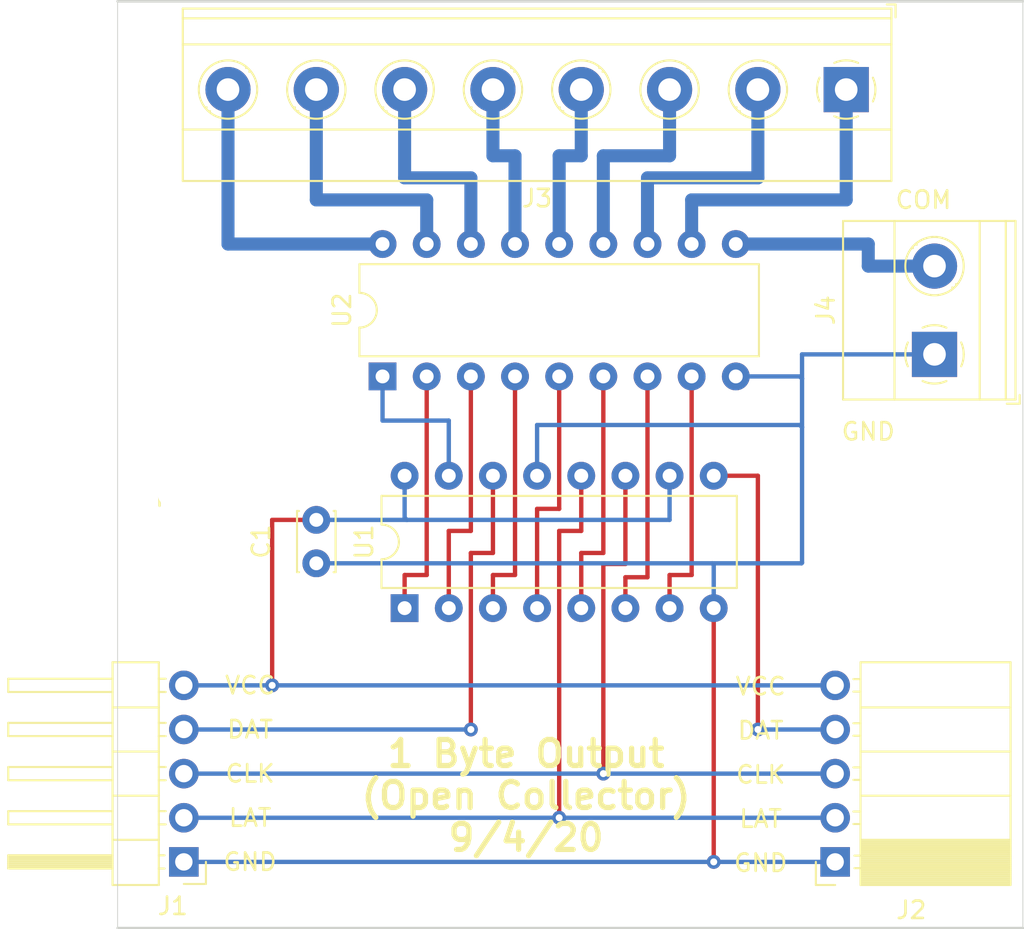
<source format=kicad_pcb>
(kicad_pcb (version 20171130) (host pcbnew "(5.1.6)-1")

  (general
    (thickness 1.6)
    (drawings 17)
    (tracks 103)
    (zones 0)
    (modules 9)
    (nets 24)
  )

  (page A4)
  (layers
    (0 F.Cu signal)
    (31 B.Cu signal)
    (32 B.Adhes user hide)
    (33 F.Adhes user hide)
    (34 B.Paste user hide)
    (35 F.Paste user hide)
    (36 B.SilkS user)
    (37 F.SilkS user)
    (38 B.Mask user)
    (39 F.Mask user hide)
    (40 Dwgs.User user hide)
    (41 Cmts.User user hide)
    (42 Eco1.User user hide)
    (43 Eco2.User user hide)
    (44 Edge.Cuts user)
    (45 Margin user hide)
    (46 B.CrtYd user)
    (47 F.CrtYd user)
    (48 B.Fab user hide)
    (49 F.Fab user hide)
  )

  (setup
    (last_trace_width 0.75)
    (user_trace_width 0.4)
    (user_trace_width 0.75)
    (trace_clearance 0.2)
    (zone_clearance 0.3)
    (zone_45_only yes)
    (trace_min 0.2)
    (via_size 0.8)
    (via_drill 0.4)
    (via_min_size 0.4)
    (via_min_drill 0.3)
    (uvia_size 0.3)
    (uvia_drill 0.1)
    (uvias_allowed no)
    (uvia_min_size 0.2)
    (uvia_min_drill 0.1)
    (edge_width 0.05)
    (segment_width 0.2)
    (pcb_text_width 0.3)
    (pcb_text_size 1.5 1.5)
    (mod_edge_width 0.12)
    (mod_text_size 1 1)
    (mod_text_width 0.15)
    (pad_size 1.524 1.524)
    (pad_drill 0.762)
    (pad_to_mask_clearance 0.051)
    (solder_mask_min_width 0.25)
    (aux_axis_origin 0 0)
    (visible_elements 7FFFFFFF)
    (pcbplotparams
      (layerselection 0x010fc_ffffffff)
      (usegerberextensions false)
      (usegerberattributes false)
      (usegerberadvancedattributes false)
      (creategerberjobfile false)
      (excludeedgelayer true)
      (linewidth 0.100000)
      (plotframeref false)
      (viasonmask false)
      (mode 1)
      (useauxorigin false)
      (hpglpennumber 1)
      (hpglpenspeed 20)
      (hpglpendiameter 15.000000)
      (psnegative false)
      (psa4output false)
      (plotreference true)
      (plotvalue true)
      (plotinvisibletext false)
      (padsonsilk false)
      (subtractmaskfromsilk false)
      (outputformat 1)
      (mirror false)
      (drillshape 0)
      (scaleselection 1)
      (outputdirectory ""))
  )

  (net 0 "")
  (net 1 GND)
  (net 2 VCC)
  (net 3 LAT)
  (net 4 CLK)
  (net 5 DI)
  (net 6 DO)
  (net 7 OUT6)
  (net 8 OUT5)
  (net 9 OUT4)
  (net 10 OUT1)
  (net 11 OUT3)
  (net 12 OUT2)
  (net 13 OUT7)
  (net 14 OUT8)
  (net 15 COM)
  (net 16 "Net-(U1-Pad1)")
  (net 17 "Net-(U1-Pad2)")
  (net 18 "Net-(U1-Pad3)")
  (net 19 "Net-(U1-Pad4)")
  (net 20 "Net-(U1-Pad5)")
  (net 21 "Net-(U1-Pad6)")
  (net 22 "Net-(U1-Pad7)")
  (net 23 "Net-(U1-Pad15)")

  (net_class Default "This is the default net class."
    (clearance 0.2)
    (trace_width 0.25)
    (via_dia 0.8)
    (via_drill 0.4)
    (uvia_dia 0.3)
    (uvia_drill 0.1)
    (add_net CLK)
    (add_net DI)
    (add_net DO)
    (add_net GND)
    (add_net LAT)
    (add_net "Net-(U1-Pad1)")
    (add_net "Net-(U1-Pad15)")
    (add_net "Net-(U1-Pad2)")
    (add_net "Net-(U1-Pad3)")
    (add_net "Net-(U1-Pad4)")
    (add_net "Net-(U1-Pad5)")
    (add_net "Net-(U1-Pad6)")
    (add_net "Net-(U1-Pad7)")
    (add_net VCC)
  )

  (net_class power ""
    (clearance 0.2)
    (trace_width 0.75)
    (via_dia 0.9)
    (via_drill 0.4)
    (uvia_dia 0.3)
    (uvia_drill 0.1)
    (add_net COM)
    (add_net OUT1)
    (add_net OUT2)
    (add_net OUT3)
    (add_net OUT4)
    (add_net OUT5)
    (add_net OUT6)
    (add_net OUT7)
    (add_net OUT8)
  )

  (module TerminalBlock_Phoenix:TerminalBlock_Phoenix_MKDS-1,5-8-5.08_1x08_P5.08mm_Horizontal (layer F.Cu) (tedit 5B294EC0) (tstamp 5F52C213)
    (at 146.05 58.42 180)
    (descr "Terminal Block Phoenix MKDS-1,5-8-5.08, 8 pins, pitch 5.08mm, size 40.6x9.8mm^2, drill diamater 1.3mm, pad diameter 2.6mm, see http://www.farnell.com/datasheets/100425.pdf, script-generated using https://github.com/pointhi/kicad-footprint-generator/scripts/TerminalBlock_Phoenix")
    (tags "THT Terminal Block Phoenix MKDS-1,5-8-5.08 pitch 5.08mm size 40.6x9.8mm^2 drill 1.3mm pad 2.6mm")
    (path /5F538C32)
    (fp_text reference J3 (at 17.78 -6.26) (layer F.SilkS)
      (effects (font (size 1 1) (thickness 0.15)))
    )
    (fp_text value Conn_01x08 (at 17.78 5.66) (layer F.Fab)
      (effects (font (size 1 1) (thickness 0.15)))
    )
    (fp_line (start 38.6 -5.71) (end -3.04 -5.71) (layer F.CrtYd) (width 0.05))
    (fp_line (start 38.6 5.1) (end 38.6 -5.71) (layer F.CrtYd) (width 0.05))
    (fp_line (start -3.04 5.1) (end 38.6 5.1) (layer F.CrtYd) (width 0.05))
    (fp_line (start -3.04 -5.71) (end -3.04 5.1) (layer F.CrtYd) (width 0.05))
    (fp_line (start -2.84 4.9) (end -2.34 4.9) (layer F.SilkS) (width 0.12))
    (fp_line (start -2.84 4.16) (end -2.84 4.9) (layer F.SilkS) (width 0.12))
    (fp_line (start 34.333 1.023) (end 34.286 1.069) (layer F.SilkS) (width 0.12))
    (fp_line (start 36.63 -1.275) (end 36.595 -1.239) (layer F.SilkS) (width 0.12))
    (fp_line (start 34.526 1.239) (end 34.491 1.274) (layer F.SilkS) (width 0.12))
    (fp_line (start 36.835 -1.069) (end 36.788 -1.023) (layer F.SilkS) (width 0.12))
    (fp_line (start 36.515 -1.138) (end 34.423 0.955) (layer F.Fab) (width 0.1))
    (fp_line (start 36.698 -0.955) (end 34.606 1.138) (layer F.Fab) (width 0.1))
    (fp_line (start 29.253 1.023) (end 29.206 1.069) (layer F.SilkS) (width 0.12))
    (fp_line (start 31.55 -1.275) (end 31.515 -1.239) (layer F.SilkS) (width 0.12))
    (fp_line (start 29.446 1.239) (end 29.411 1.274) (layer F.SilkS) (width 0.12))
    (fp_line (start 31.755 -1.069) (end 31.708 -1.023) (layer F.SilkS) (width 0.12))
    (fp_line (start 31.435 -1.138) (end 29.343 0.955) (layer F.Fab) (width 0.1))
    (fp_line (start 31.618 -0.955) (end 29.526 1.138) (layer F.Fab) (width 0.1))
    (fp_line (start 24.173 1.023) (end 24.126 1.069) (layer F.SilkS) (width 0.12))
    (fp_line (start 26.47 -1.275) (end 26.435 -1.239) (layer F.SilkS) (width 0.12))
    (fp_line (start 24.366 1.239) (end 24.331 1.274) (layer F.SilkS) (width 0.12))
    (fp_line (start 26.675 -1.069) (end 26.628 -1.023) (layer F.SilkS) (width 0.12))
    (fp_line (start 26.355 -1.138) (end 24.263 0.955) (layer F.Fab) (width 0.1))
    (fp_line (start 26.538 -0.955) (end 24.446 1.138) (layer F.Fab) (width 0.1))
    (fp_line (start 19.093 1.023) (end 19.046 1.069) (layer F.SilkS) (width 0.12))
    (fp_line (start 21.39 -1.275) (end 21.355 -1.239) (layer F.SilkS) (width 0.12))
    (fp_line (start 19.286 1.239) (end 19.251 1.274) (layer F.SilkS) (width 0.12))
    (fp_line (start 21.595 -1.069) (end 21.548 -1.023) (layer F.SilkS) (width 0.12))
    (fp_line (start 21.275 -1.138) (end 19.183 0.955) (layer F.Fab) (width 0.1))
    (fp_line (start 21.458 -0.955) (end 19.366 1.138) (layer F.Fab) (width 0.1))
    (fp_line (start 14.013 1.023) (end 13.966 1.069) (layer F.SilkS) (width 0.12))
    (fp_line (start 16.31 -1.275) (end 16.275 -1.239) (layer F.SilkS) (width 0.12))
    (fp_line (start 14.206 1.239) (end 14.171 1.274) (layer F.SilkS) (width 0.12))
    (fp_line (start 16.515 -1.069) (end 16.468 -1.023) (layer F.SilkS) (width 0.12))
    (fp_line (start 16.195 -1.138) (end 14.103 0.955) (layer F.Fab) (width 0.1))
    (fp_line (start 16.378 -0.955) (end 14.286 1.138) (layer F.Fab) (width 0.1))
    (fp_line (start 8.933 1.023) (end 8.886 1.069) (layer F.SilkS) (width 0.12))
    (fp_line (start 11.23 -1.275) (end 11.195 -1.239) (layer F.SilkS) (width 0.12))
    (fp_line (start 9.126 1.239) (end 9.091 1.274) (layer F.SilkS) (width 0.12))
    (fp_line (start 11.435 -1.069) (end 11.388 -1.023) (layer F.SilkS) (width 0.12))
    (fp_line (start 11.115 -1.138) (end 9.023 0.955) (layer F.Fab) (width 0.1))
    (fp_line (start 11.298 -0.955) (end 9.206 1.138) (layer F.Fab) (width 0.1))
    (fp_line (start 3.853 1.023) (end 3.806 1.069) (layer F.SilkS) (width 0.12))
    (fp_line (start 6.15 -1.275) (end 6.115 -1.239) (layer F.SilkS) (width 0.12))
    (fp_line (start 4.046 1.239) (end 4.011 1.274) (layer F.SilkS) (width 0.12))
    (fp_line (start 6.355 -1.069) (end 6.308 -1.023) (layer F.SilkS) (width 0.12))
    (fp_line (start 6.035 -1.138) (end 3.943 0.955) (layer F.Fab) (width 0.1))
    (fp_line (start 6.218 -0.955) (end 4.126 1.138) (layer F.Fab) (width 0.1))
    (fp_line (start 0.955 -1.138) (end -1.138 0.955) (layer F.Fab) (width 0.1))
    (fp_line (start 1.138 -0.955) (end -0.955 1.138) (layer F.Fab) (width 0.1))
    (fp_line (start 38.16 -5.261) (end 38.16 4.66) (layer F.SilkS) (width 0.12))
    (fp_line (start -2.6 -5.261) (end -2.6 4.66) (layer F.SilkS) (width 0.12))
    (fp_line (start -2.6 4.66) (end 38.16 4.66) (layer F.SilkS) (width 0.12))
    (fp_line (start -2.6 -5.261) (end 38.16 -5.261) (layer F.SilkS) (width 0.12))
    (fp_line (start -2.6 -2.301) (end 38.16 -2.301) (layer F.SilkS) (width 0.12))
    (fp_line (start -2.54 -2.3) (end 38.1 -2.3) (layer F.Fab) (width 0.1))
    (fp_line (start -2.6 2.6) (end 38.16 2.6) (layer F.SilkS) (width 0.12))
    (fp_line (start -2.54 2.6) (end 38.1 2.6) (layer F.Fab) (width 0.1))
    (fp_line (start -2.6 4.1) (end 38.16 4.1) (layer F.SilkS) (width 0.12))
    (fp_line (start -2.54 4.1) (end 38.1 4.1) (layer F.Fab) (width 0.1))
    (fp_line (start -2.54 4.1) (end -2.54 -5.2) (layer F.Fab) (width 0.1))
    (fp_line (start -2.04 4.6) (end -2.54 4.1) (layer F.Fab) (width 0.1))
    (fp_line (start 38.1 4.6) (end -2.04 4.6) (layer F.Fab) (width 0.1))
    (fp_line (start 38.1 -5.2) (end 38.1 4.6) (layer F.Fab) (width 0.1))
    (fp_line (start -2.54 -5.2) (end 38.1 -5.2) (layer F.Fab) (width 0.1))
    (fp_circle (center 35.56 0) (end 37.24 0) (layer F.SilkS) (width 0.12))
    (fp_circle (center 35.56 0) (end 37.06 0) (layer F.Fab) (width 0.1))
    (fp_circle (center 30.48 0) (end 32.16 0) (layer F.SilkS) (width 0.12))
    (fp_circle (center 30.48 0) (end 31.98 0) (layer F.Fab) (width 0.1))
    (fp_circle (center 25.4 0) (end 27.08 0) (layer F.SilkS) (width 0.12))
    (fp_circle (center 25.4 0) (end 26.9 0) (layer F.Fab) (width 0.1))
    (fp_circle (center 20.32 0) (end 22 0) (layer F.SilkS) (width 0.12))
    (fp_circle (center 20.32 0) (end 21.82 0) (layer F.Fab) (width 0.1))
    (fp_circle (center 15.24 0) (end 16.92 0) (layer F.SilkS) (width 0.12))
    (fp_circle (center 15.24 0) (end 16.74 0) (layer F.Fab) (width 0.1))
    (fp_circle (center 10.16 0) (end 11.84 0) (layer F.SilkS) (width 0.12))
    (fp_circle (center 10.16 0) (end 11.66 0) (layer F.Fab) (width 0.1))
    (fp_circle (center 5.08 0) (end 6.76 0) (layer F.SilkS) (width 0.12))
    (fp_circle (center 5.08 0) (end 6.58 0) (layer F.Fab) (width 0.1))
    (fp_circle (center 0 0) (end 1.5 0) (layer F.Fab) (width 0.1))
    (fp_text user %R (at 17.78 3.2) (layer F.Fab)
      (effects (font (size 1 1) (thickness 0.15)))
    )
    (fp_arc (start 0 0) (end -0.684 1.535) (angle -25) (layer F.SilkS) (width 0.12))
    (fp_arc (start 0 0) (end -1.535 -0.684) (angle -48) (layer F.SilkS) (width 0.12))
    (fp_arc (start 0 0) (end 0.684 -1.535) (angle -48) (layer F.SilkS) (width 0.12))
    (fp_arc (start 0 0) (end 1.535 0.684) (angle -48) (layer F.SilkS) (width 0.12))
    (fp_arc (start 0 0) (end 0 1.68) (angle -24) (layer F.SilkS) (width 0.12))
    (pad 8 thru_hole circle (at 35.56 0 180) (size 2.6 2.6) (drill 1.3) (layers *.Cu *.Mask)
      (net 10 OUT1))
    (pad 7 thru_hole circle (at 30.48 0 180) (size 2.6 2.6) (drill 1.3) (layers *.Cu *.Mask)
      (net 12 OUT2))
    (pad 6 thru_hole circle (at 25.4 0 180) (size 2.6 2.6) (drill 1.3) (layers *.Cu *.Mask)
      (net 11 OUT3))
    (pad 5 thru_hole circle (at 20.32 0 180) (size 2.6 2.6) (drill 1.3) (layers *.Cu *.Mask)
      (net 9 OUT4))
    (pad 4 thru_hole circle (at 15.24 0 180) (size 2.6 2.6) (drill 1.3) (layers *.Cu *.Mask)
      (net 8 OUT5))
    (pad 3 thru_hole circle (at 10.16 0 180) (size 2.6 2.6) (drill 1.3) (layers *.Cu *.Mask)
      (net 7 OUT6))
    (pad 2 thru_hole circle (at 5.08 0 180) (size 2.6 2.6) (drill 1.3) (layers *.Cu *.Mask)
      (net 13 OUT7))
    (pad 1 thru_hole rect (at 0 0 180) (size 2.6 2.6) (drill 1.3) (layers *.Cu *.Mask)
      (net 14 OUT8))
    (model ${KISYS3DMOD}/TerminalBlock_Phoenix.3dshapes/TerminalBlock_Phoenix_MKDS-1,5-8-5.08_1x08_P5.08mm_Horizontal.wrl
      (at (xyz 0 0 0))
      (scale (xyz 1 1 1))
      (rotate (xyz 0 0 0))
    )
  )

  (module TerminalBlock_Phoenix:TerminalBlock_Phoenix_MKDS-1,5-2-5.08_1x02_P5.08mm_Horizontal (layer F.Cu) (tedit 5B294EBC) (tstamp 5D84E940)
    (at 151.13 73.66 90)
    (descr "Terminal Block Phoenix MKDS-1,5-2-5.08, 2 pins, pitch 5.08mm, size 10.2x9.8mm^2, drill diamater 1.3mm, pad diameter 2.6mm, see http://www.farnell.com/datasheets/100425.pdf, script-generated using https://github.com/pointhi/kicad-footprint-generator/scripts/TerminalBlock_Phoenix")
    (tags "THT Terminal Block Phoenix MKDS-1,5-2-5.08 pitch 5.08mm size 10.2x9.8mm^2 drill 1.3mm pad 2.6mm")
    (path /5D88329B)
    (fp_text reference J4 (at 2.54 -6.26 90) (layer F.SilkS)
      (effects (font (size 1 1) (thickness 0.15)))
    )
    (fp_text value Screw_Terminal_01x02 (at 2.54 5.66 90) (layer F.Fab)
      (effects (font (size 1 1) (thickness 0.15)))
    )
    (fp_circle (center 0 0) (end 1.5 0) (layer F.Fab) (width 0.1))
    (fp_circle (center 5.08 0) (end 6.58 0) (layer F.Fab) (width 0.1))
    (fp_circle (center 5.08 0) (end 6.76 0) (layer F.SilkS) (width 0.12))
    (fp_line (start -2.54 -5.2) (end 7.62 -5.2) (layer F.Fab) (width 0.1))
    (fp_line (start 7.62 -5.2) (end 7.62 4.6) (layer F.Fab) (width 0.1))
    (fp_line (start 7.62 4.6) (end -2.04 4.6) (layer F.Fab) (width 0.1))
    (fp_line (start -2.04 4.6) (end -2.54 4.1) (layer F.Fab) (width 0.1))
    (fp_line (start -2.54 4.1) (end -2.54 -5.2) (layer F.Fab) (width 0.1))
    (fp_line (start -2.54 4.1) (end 7.62 4.1) (layer F.Fab) (width 0.1))
    (fp_line (start -2.6 4.1) (end 7.68 4.1) (layer F.SilkS) (width 0.12))
    (fp_line (start -2.54 2.6) (end 7.62 2.6) (layer F.Fab) (width 0.1))
    (fp_line (start -2.6 2.6) (end 7.68 2.6) (layer F.SilkS) (width 0.12))
    (fp_line (start -2.54 -2.3) (end 7.62 -2.3) (layer F.Fab) (width 0.1))
    (fp_line (start -2.6 -2.301) (end 7.68 -2.301) (layer F.SilkS) (width 0.12))
    (fp_line (start -2.6 -5.261) (end 7.68 -5.261) (layer F.SilkS) (width 0.12))
    (fp_line (start -2.6 4.66) (end 7.68 4.66) (layer F.SilkS) (width 0.12))
    (fp_line (start -2.6 -5.261) (end -2.6 4.66) (layer F.SilkS) (width 0.12))
    (fp_line (start 7.68 -5.261) (end 7.68 4.66) (layer F.SilkS) (width 0.12))
    (fp_line (start 1.138 -0.955) (end -0.955 1.138) (layer F.Fab) (width 0.1))
    (fp_line (start 0.955 -1.138) (end -1.138 0.955) (layer F.Fab) (width 0.1))
    (fp_line (start 6.218 -0.955) (end 4.126 1.138) (layer F.Fab) (width 0.1))
    (fp_line (start 6.035 -1.138) (end 3.943 0.955) (layer F.Fab) (width 0.1))
    (fp_line (start 6.355 -1.069) (end 6.308 -1.023) (layer F.SilkS) (width 0.12))
    (fp_line (start 4.046 1.239) (end 4.011 1.274) (layer F.SilkS) (width 0.12))
    (fp_line (start 6.15 -1.275) (end 6.115 -1.239) (layer F.SilkS) (width 0.12))
    (fp_line (start 3.853 1.023) (end 3.806 1.069) (layer F.SilkS) (width 0.12))
    (fp_line (start -2.84 4.16) (end -2.84 4.9) (layer F.SilkS) (width 0.12))
    (fp_line (start -2.84 4.9) (end -2.34 4.9) (layer F.SilkS) (width 0.12))
    (fp_line (start -3.04 -5.71) (end -3.04 5.1) (layer F.CrtYd) (width 0.05))
    (fp_line (start -3.04 5.1) (end 8.13 5.1) (layer F.CrtYd) (width 0.05))
    (fp_line (start 8.13 5.1) (end 8.13 -5.71) (layer F.CrtYd) (width 0.05))
    (fp_line (start 8.13 -5.71) (end -3.04 -5.71) (layer F.CrtYd) (width 0.05))
    (fp_text user %R (at 2.54 3.2 90) (layer F.Fab)
      (effects (font (size 1 1) (thickness 0.15)))
    )
    (fp_arc (start 0 0) (end -0.684 1.535) (angle -25) (layer F.SilkS) (width 0.12))
    (fp_arc (start 0 0) (end -1.535 -0.684) (angle -48) (layer F.SilkS) (width 0.12))
    (fp_arc (start 0 0) (end 0.684 -1.535) (angle -48) (layer F.SilkS) (width 0.12))
    (fp_arc (start 0 0) (end 1.535 0.684) (angle -48) (layer F.SilkS) (width 0.12))
    (fp_arc (start 0 0) (end 0 1.68) (angle -24) (layer F.SilkS) (width 0.12))
    (pad 2 thru_hole circle (at 5.08 0 90) (size 2.6 2.6) (drill 1.3) (layers *.Cu *.Mask)
      (net 15 COM))
    (pad 1 thru_hole rect (at 0 0 90) (size 2.6 2.6) (drill 1.3) (layers *.Cu *.Mask)
      (net 1 GND))
    (model ${KISYS3DMOD}/TerminalBlock_Phoenix.3dshapes/TerminalBlock_Phoenix_MKDS-1,5-2-5.08_1x02_P5.08mm_Horizontal.wrl
      (at (xyz 0 0 0))
      (scale (xyz 1 1 1))
      (rotate (xyz 0 0 0))
    )
  )

  (module Connector_PinSocket_2.54mm:PinSocket_1x05_P2.54mm_Horizontal (layer F.Cu) (tedit 5A19A431) (tstamp 5D84E908)
    (at 145.415 102.87 180)
    (descr "Through hole angled socket strip, 1x05, 2.54mm pitch, 8.51mm socket length, single row (from Kicad 4.0.7), script generated")
    (tags "Through hole angled socket strip THT 1x05 2.54mm single row")
    (path /5D84C903)
    (fp_text reference J2 (at -4.38 -2.77) (layer F.SilkS)
      (effects (font (size 1 1) (thickness 0.15)))
    )
    (fp_text value Conn_01x05_Female (at -4.38 12.93) (layer F.Fab)
      (effects (font (size 1 1) (thickness 0.15)))
    )
    (fp_line (start -10.03 -1.27) (end -2.49 -1.27) (layer F.Fab) (width 0.1))
    (fp_line (start -2.49 -1.27) (end -1.52 -0.3) (layer F.Fab) (width 0.1))
    (fp_line (start -1.52 -0.3) (end -1.52 11.43) (layer F.Fab) (width 0.1))
    (fp_line (start -1.52 11.43) (end -10.03 11.43) (layer F.Fab) (width 0.1))
    (fp_line (start -10.03 11.43) (end -10.03 -1.27) (layer F.Fab) (width 0.1))
    (fp_line (start 0 -0.3) (end -1.52 -0.3) (layer F.Fab) (width 0.1))
    (fp_line (start -1.52 0.3) (end 0 0.3) (layer F.Fab) (width 0.1))
    (fp_line (start 0 0.3) (end 0 -0.3) (layer F.Fab) (width 0.1))
    (fp_line (start 0 2.24) (end -1.52 2.24) (layer F.Fab) (width 0.1))
    (fp_line (start -1.52 2.84) (end 0 2.84) (layer F.Fab) (width 0.1))
    (fp_line (start 0 2.84) (end 0 2.24) (layer F.Fab) (width 0.1))
    (fp_line (start 0 4.78) (end -1.52 4.78) (layer F.Fab) (width 0.1))
    (fp_line (start -1.52 5.38) (end 0 5.38) (layer F.Fab) (width 0.1))
    (fp_line (start 0 5.38) (end 0 4.78) (layer F.Fab) (width 0.1))
    (fp_line (start 0 7.32) (end -1.52 7.32) (layer F.Fab) (width 0.1))
    (fp_line (start -1.52 7.92) (end 0 7.92) (layer F.Fab) (width 0.1))
    (fp_line (start 0 7.92) (end 0 7.32) (layer F.Fab) (width 0.1))
    (fp_line (start 0 9.86) (end -1.52 9.86) (layer F.Fab) (width 0.1))
    (fp_line (start -1.52 10.46) (end 0 10.46) (layer F.Fab) (width 0.1))
    (fp_line (start 0 10.46) (end 0 9.86) (layer F.Fab) (width 0.1))
    (fp_line (start -10.09 -1.21) (end -1.46 -1.21) (layer F.SilkS) (width 0.12))
    (fp_line (start -10.09 -1.091905) (end -1.46 -1.091905) (layer F.SilkS) (width 0.12))
    (fp_line (start -10.09 -0.97381) (end -1.46 -0.97381) (layer F.SilkS) (width 0.12))
    (fp_line (start -10.09 -0.855715) (end -1.46 -0.855715) (layer F.SilkS) (width 0.12))
    (fp_line (start -10.09 -0.73762) (end -1.46 -0.73762) (layer F.SilkS) (width 0.12))
    (fp_line (start -10.09 -0.619525) (end -1.46 -0.619525) (layer F.SilkS) (width 0.12))
    (fp_line (start -10.09 -0.50143) (end -1.46 -0.50143) (layer F.SilkS) (width 0.12))
    (fp_line (start -10.09 -0.383335) (end -1.46 -0.383335) (layer F.SilkS) (width 0.12))
    (fp_line (start -10.09 -0.26524) (end -1.46 -0.26524) (layer F.SilkS) (width 0.12))
    (fp_line (start -10.09 -0.147145) (end -1.46 -0.147145) (layer F.SilkS) (width 0.12))
    (fp_line (start -10.09 -0.02905) (end -1.46 -0.02905) (layer F.SilkS) (width 0.12))
    (fp_line (start -10.09 0.089045) (end -1.46 0.089045) (layer F.SilkS) (width 0.12))
    (fp_line (start -10.09 0.20714) (end -1.46 0.20714) (layer F.SilkS) (width 0.12))
    (fp_line (start -10.09 0.325235) (end -1.46 0.325235) (layer F.SilkS) (width 0.12))
    (fp_line (start -10.09 0.44333) (end -1.46 0.44333) (layer F.SilkS) (width 0.12))
    (fp_line (start -10.09 0.561425) (end -1.46 0.561425) (layer F.SilkS) (width 0.12))
    (fp_line (start -10.09 0.67952) (end -1.46 0.67952) (layer F.SilkS) (width 0.12))
    (fp_line (start -10.09 0.797615) (end -1.46 0.797615) (layer F.SilkS) (width 0.12))
    (fp_line (start -10.09 0.91571) (end -1.46 0.91571) (layer F.SilkS) (width 0.12))
    (fp_line (start -10.09 1.033805) (end -1.46 1.033805) (layer F.SilkS) (width 0.12))
    (fp_line (start -10.09 1.1519) (end -1.46 1.1519) (layer F.SilkS) (width 0.12))
    (fp_line (start -1.46 -0.36) (end -1.11 -0.36) (layer F.SilkS) (width 0.12))
    (fp_line (start -1.46 0.36) (end -1.11 0.36) (layer F.SilkS) (width 0.12))
    (fp_line (start -1.46 2.18) (end -1.05 2.18) (layer F.SilkS) (width 0.12))
    (fp_line (start -1.46 2.9) (end -1.05 2.9) (layer F.SilkS) (width 0.12))
    (fp_line (start -1.46 4.72) (end -1.05 4.72) (layer F.SilkS) (width 0.12))
    (fp_line (start -1.46 5.44) (end -1.05 5.44) (layer F.SilkS) (width 0.12))
    (fp_line (start -1.46 7.26) (end -1.05 7.26) (layer F.SilkS) (width 0.12))
    (fp_line (start -1.46 7.98) (end -1.05 7.98) (layer F.SilkS) (width 0.12))
    (fp_line (start -1.46 9.8) (end -1.05 9.8) (layer F.SilkS) (width 0.12))
    (fp_line (start -1.46 10.52) (end -1.05 10.52) (layer F.SilkS) (width 0.12))
    (fp_line (start -10.09 1.27) (end -1.46 1.27) (layer F.SilkS) (width 0.12))
    (fp_line (start -10.09 3.81) (end -1.46 3.81) (layer F.SilkS) (width 0.12))
    (fp_line (start -10.09 6.35) (end -1.46 6.35) (layer F.SilkS) (width 0.12))
    (fp_line (start -10.09 8.89) (end -1.46 8.89) (layer F.SilkS) (width 0.12))
    (fp_line (start -10.09 -1.33) (end -1.46 -1.33) (layer F.SilkS) (width 0.12))
    (fp_line (start -1.46 -1.33) (end -1.46 11.49) (layer F.SilkS) (width 0.12))
    (fp_line (start -10.09 11.49) (end -1.46 11.49) (layer F.SilkS) (width 0.12))
    (fp_line (start -10.09 -1.33) (end -10.09 11.49) (layer F.SilkS) (width 0.12))
    (fp_line (start 1.11 -1.33) (end 1.11 0) (layer F.SilkS) (width 0.12))
    (fp_line (start 0 -1.33) (end 1.11 -1.33) (layer F.SilkS) (width 0.12))
    (fp_line (start 1.75 -1.75) (end -10.55 -1.75) (layer F.CrtYd) (width 0.05))
    (fp_line (start -10.55 -1.75) (end -10.55 11.95) (layer F.CrtYd) (width 0.05))
    (fp_line (start -10.55 11.95) (end 1.75 11.95) (layer F.CrtYd) (width 0.05))
    (fp_line (start 1.75 11.95) (end 1.75 -1.75) (layer F.CrtYd) (width 0.05))
    (fp_text user %R (at -5.775 5.08 90) (layer F.Fab)
      (effects (font (size 1 1) (thickness 0.15)))
    )
    (pad 5 thru_hole oval (at 0 10.16 180) (size 1.7 1.7) (drill 1) (layers *.Cu *.Mask)
      (net 2 VCC))
    (pad 4 thru_hole oval (at 0 7.62 180) (size 1.7 1.7) (drill 1) (layers *.Cu *.Mask)
      (net 6 DO))
    (pad 3 thru_hole oval (at 0 5.08 180) (size 1.7 1.7) (drill 1) (layers *.Cu *.Mask)
      (net 4 CLK))
    (pad 2 thru_hole oval (at 0 2.54 180) (size 1.7 1.7) (drill 1) (layers *.Cu *.Mask)
      (net 3 LAT))
    (pad 1 thru_hole rect (at 0 0 180) (size 1.7 1.7) (drill 1) (layers *.Cu *.Mask)
      (net 1 GND))
    (model ${KISYS3DMOD}/Connector_PinSocket_2.54mm.3dshapes/PinSocket_1x05_P2.54mm_Horizontal.wrl
      (at (xyz 0 0 0))
      (scale (xyz 1 1 1))
      (rotate (xyz 0 0 0))
    )
  )

  (module Connector_PinHeader_2.54mm:PinHeader_1x05_P2.54mm_Horizontal (layer F.Cu) (tedit 59FED5CB) (tstamp 5D84E8AE)
    (at 107.95 102.87 180)
    (descr "Through hole angled pin header, 1x05, 2.54mm pitch, 6mm pin length, single row")
    (tags "Through hole angled pin header THT 1x05 2.54mm single row")
    (path /5D84BBD5)
    (fp_text reference J1 (at 0.635 -2.54) (layer F.SilkS)
      (effects (font (size 1 1) (thickness 0.15)))
    )
    (fp_text value Conn_01x05_Male (at 4.385 12.43) (layer F.Fab)
      (effects (font (size 1 1) (thickness 0.15)))
    )
    (fp_line (start 2.135 -1.27) (end 4.04 -1.27) (layer F.Fab) (width 0.1))
    (fp_line (start 4.04 -1.27) (end 4.04 11.43) (layer F.Fab) (width 0.1))
    (fp_line (start 4.04 11.43) (end 1.5 11.43) (layer F.Fab) (width 0.1))
    (fp_line (start 1.5 11.43) (end 1.5 -0.635) (layer F.Fab) (width 0.1))
    (fp_line (start 1.5 -0.635) (end 2.135 -1.27) (layer F.Fab) (width 0.1))
    (fp_line (start -0.32 -0.32) (end 1.5 -0.32) (layer F.Fab) (width 0.1))
    (fp_line (start -0.32 -0.32) (end -0.32 0.32) (layer F.Fab) (width 0.1))
    (fp_line (start -0.32 0.32) (end 1.5 0.32) (layer F.Fab) (width 0.1))
    (fp_line (start 4.04 -0.32) (end 10.04 -0.32) (layer F.Fab) (width 0.1))
    (fp_line (start 10.04 -0.32) (end 10.04 0.32) (layer F.Fab) (width 0.1))
    (fp_line (start 4.04 0.32) (end 10.04 0.32) (layer F.Fab) (width 0.1))
    (fp_line (start -0.32 2.22) (end 1.5 2.22) (layer F.Fab) (width 0.1))
    (fp_line (start -0.32 2.22) (end -0.32 2.86) (layer F.Fab) (width 0.1))
    (fp_line (start -0.32 2.86) (end 1.5 2.86) (layer F.Fab) (width 0.1))
    (fp_line (start 4.04 2.22) (end 10.04 2.22) (layer F.Fab) (width 0.1))
    (fp_line (start 10.04 2.22) (end 10.04 2.86) (layer F.Fab) (width 0.1))
    (fp_line (start 4.04 2.86) (end 10.04 2.86) (layer F.Fab) (width 0.1))
    (fp_line (start -0.32 4.76) (end 1.5 4.76) (layer F.Fab) (width 0.1))
    (fp_line (start -0.32 4.76) (end -0.32 5.4) (layer F.Fab) (width 0.1))
    (fp_line (start -0.32 5.4) (end 1.5 5.4) (layer F.Fab) (width 0.1))
    (fp_line (start 4.04 4.76) (end 10.04 4.76) (layer F.Fab) (width 0.1))
    (fp_line (start 10.04 4.76) (end 10.04 5.4) (layer F.Fab) (width 0.1))
    (fp_line (start 4.04 5.4) (end 10.04 5.4) (layer F.Fab) (width 0.1))
    (fp_line (start -0.32 7.3) (end 1.5 7.3) (layer F.Fab) (width 0.1))
    (fp_line (start -0.32 7.3) (end -0.32 7.94) (layer F.Fab) (width 0.1))
    (fp_line (start -0.32 7.94) (end 1.5 7.94) (layer F.Fab) (width 0.1))
    (fp_line (start 4.04 7.3) (end 10.04 7.3) (layer F.Fab) (width 0.1))
    (fp_line (start 10.04 7.3) (end 10.04 7.94) (layer F.Fab) (width 0.1))
    (fp_line (start 4.04 7.94) (end 10.04 7.94) (layer F.Fab) (width 0.1))
    (fp_line (start -0.32 9.84) (end 1.5 9.84) (layer F.Fab) (width 0.1))
    (fp_line (start -0.32 9.84) (end -0.32 10.48) (layer F.Fab) (width 0.1))
    (fp_line (start -0.32 10.48) (end 1.5 10.48) (layer F.Fab) (width 0.1))
    (fp_line (start 4.04 9.84) (end 10.04 9.84) (layer F.Fab) (width 0.1))
    (fp_line (start 10.04 9.84) (end 10.04 10.48) (layer F.Fab) (width 0.1))
    (fp_line (start 4.04 10.48) (end 10.04 10.48) (layer F.Fab) (width 0.1))
    (fp_line (start 1.44 -1.33) (end 1.44 11.49) (layer F.SilkS) (width 0.12))
    (fp_line (start 1.44 11.49) (end 4.1 11.49) (layer F.SilkS) (width 0.12))
    (fp_line (start 4.1 11.49) (end 4.1 -1.33) (layer F.SilkS) (width 0.12))
    (fp_line (start 4.1 -1.33) (end 1.44 -1.33) (layer F.SilkS) (width 0.12))
    (fp_line (start 4.1 -0.38) (end 10.1 -0.38) (layer F.SilkS) (width 0.12))
    (fp_line (start 10.1 -0.38) (end 10.1 0.38) (layer F.SilkS) (width 0.12))
    (fp_line (start 10.1 0.38) (end 4.1 0.38) (layer F.SilkS) (width 0.12))
    (fp_line (start 4.1 -0.32) (end 10.1 -0.32) (layer F.SilkS) (width 0.12))
    (fp_line (start 4.1 -0.2) (end 10.1 -0.2) (layer F.SilkS) (width 0.12))
    (fp_line (start 4.1 -0.08) (end 10.1 -0.08) (layer F.SilkS) (width 0.12))
    (fp_line (start 4.1 0.04) (end 10.1 0.04) (layer F.SilkS) (width 0.12))
    (fp_line (start 4.1 0.16) (end 10.1 0.16) (layer F.SilkS) (width 0.12))
    (fp_line (start 4.1 0.28) (end 10.1 0.28) (layer F.SilkS) (width 0.12))
    (fp_line (start 1.11 -0.38) (end 1.44 -0.38) (layer F.SilkS) (width 0.12))
    (fp_line (start 1.11 0.38) (end 1.44 0.38) (layer F.SilkS) (width 0.12))
    (fp_line (start 1.44 1.27) (end 4.1 1.27) (layer F.SilkS) (width 0.12))
    (fp_line (start 4.1 2.16) (end 10.1 2.16) (layer F.SilkS) (width 0.12))
    (fp_line (start 10.1 2.16) (end 10.1 2.92) (layer F.SilkS) (width 0.12))
    (fp_line (start 10.1 2.92) (end 4.1 2.92) (layer F.SilkS) (width 0.12))
    (fp_line (start 1.042929 2.16) (end 1.44 2.16) (layer F.SilkS) (width 0.12))
    (fp_line (start 1.042929 2.92) (end 1.44 2.92) (layer F.SilkS) (width 0.12))
    (fp_line (start 1.44 3.81) (end 4.1 3.81) (layer F.SilkS) (width 0.12))
    (fp_line (start 4.1 4.7) (end 10.1 4.7) (layer F.SilkS) (width 0.12))
    (fp_line (start 10.1 4.7) (end 10.1 5.46) (layer F.SilkS) (width 0.12))
    (fp_line (start 10.1 5.46) (end 4.1 5.46) (layer F.SilkS) (width 0.12))
    (fp_line (start 1.042929 4.7) (end 1.44 4.7) (layer F.SilkS) (width 0.12))
    (fp_line (start 1.042929 5.46) (end 1.44 5.46) (layer F.SilkS) (width 0.12))
    (fp_line (start 1.44 6.35) (end 4.1 6.35) (layer F.SilkS) (width 0.12))
    (fp_line (start 4.1 7.24) (end 10.1 7.24) (layer F.SilkS) (width 0.12))
    (fp_line (start 10.1 7.24) (end 10.1 8) (layer F.SilkS) (width 0.12))
    (fp_line (start 10.1 8) (end 4.1 8) (layer F.SilkS) (width 0.12))
    (fp_line (start 1.042929 7.24) (end 1.44 7.24) (layer F.SilkS) (width 0.12))
    (fp_line (start 1.042929 8) (end 1.44 8) (layer F.SilkS) (width 0.12))
    (fp_line (start 1.44 8.89) (end 4.1 8.89) (layer F.SilkS) (width 0.12))
    (fp_line (start 4.1 9.78) (end 10.1 9.78) (layer F.SilkS) (width 0.12))
    (fp_line (start 10.1 9.78) (end 10.1 10.54) (layer F.SilkS) (width 0.12))
    (fp_line (start 10.1 10.54) (end 4.1 10.54) (layer F.SilkS) (width 0.12))
    (fp_line (start 1.042929 9.78) (end 1.44 9.78) (layer F.SilkS) (width 0.12))
    (fp_line (start 1.042929 10.54) (end 1.44 10.54) (layer F.SilkS) (width 0.12))
    (fp_line (start -1.27 0) (end -1.27 -1.27) (layer F.SilkS) (width 0.12))
    (fp_line (start -1.27 -1.27) (end 0 -1.27) (layer F.SilkS) (width 0.12))
    (fp_line (start -1.8 -1.8) (end -1.8 11.95) (layer F.CrtYd) (width 0.05))
    (fp_line (start -1.8 11.95) (end 10.55 11.95) (layer F.CrtYd) (width 0.05))
    (fp_line (start 10.55 11.95) (end 10.55 -1.8) (layer F.CrtYd) (width 0.05))
    (fp_line (start 10.55 -1.8) (end -1.8 -1.8) (layer F.CrtYd) (width 0.05))
    (fp_text user %R (at 2.77 5.08 90) (layer F.Fab)
      (effects (font (size 1 1) (thickness 0.15)))
    )
    (pad 5 thru_hole oval (at 0 10.16 180) (size 1.7 1.7) (drill 1) (layers *.Cu *.Mask)
      (net 2 VCC))
    (pad 4 thru_hole oval (at 0 7.62 180) (size 1.7 1.7) (drill 1) (layers *.Cu *.Mask)
      (net 5 DI))
    (pad 3 thru_hole oval (at 0 5.08 180) (size 1.7 1.7) (drill 1) (layers *.Cu *.Mask)
      (net 4 CLK))
    (pad 2 thru_hole oval (at 0 2.54 180) (size 1.7 1.7) (drill 1) (layers *.Cu *.Mask)
      (net 3 LAT))
    (pad 1 thru_hole rect (at 0 0 180) (size 1.7 1.7) (drill 1) (layers *.Cu *.Mask)
      (net 1 GND))
    (model ${KISYS3DMOD}/Connector_PinHeader_2.54mm.3dshapes/PinHeader_1x05_P2.54mm_Horizontal.wrl
      (at (xyz 0 0 0))
      (scale (xyz 1 1 1))
      (rotate (xyz 0 0 0))
    )
  )

  (module Package_DIP:DIP-18_W7.62mm (layer F.Cu) (tedit 5A02E8C5) (tstamp 5D84E979)
    (at 119.38 74.93 90)
    (descr "18-lead though-hole mounted DIP package, row spacing 7.62 mm (300 mils)")
    (tags "THT DIP DIL PDIP 2.54mm 7.62mm 300mil")
    (path /5D846566)
    (fp_text reference U2 (at 3.81 -2.33 90) (layer F.SilkS)
      (effects (font (size 1 1) (thickness 0.15)))
    )
    (fp_text value ULN2803A (at 3.81 22.65 90) (layer F.Fab)
      (effects (font (size 1 1) (thickness 0.15)))
    )
    (fp_line (start 1.635 -1.27) (end 6.985 -1.27) (layer F.Fab) (width 0.1))
    (fp_line (start 6.985 -1.27) (end 6.985 21.59) (layer F.Fab) (width 0.1))
    (fp_line (start 6.985 21.59) (end 0.635 21.59) (layer F.Fab) (width 0.1))
    (fp_line (start 0.635 21.59) (end 0.635 -0.27) (layer F.Fab) (width 0.1))
    (fp_line (start 0.635 -0.27) (end 1.635 -1.27) (layer F.Fab) (width 0.1))
    (fp_line (start 2.81 -1.33) (end 1.16 -1.33) (layer F.SilkS) (width 0.12))
    (fp_line (start 1.16 -1.33) (end 1.16 21.65) (layer F.SilkS) (width 0.12))
    (fp_line (start 1.16 21.65) (end 6.46 21.65) (layer F.SilkS) (width 0.12))
    (fp_line (start 6.46 21.65) (end 6.46 -1.33) (layer F.SilkS) (width 0.12))
    (fp_line (start 6.46 -1.33) (end 4.81 -1.33) (layer F.SilkS) (width 0.12))
    (fp_line (start -1.1 -1.55) (end -1.1 21.85) (layer F.CrtYd) (width 0.05))
    (fp_line (start -1.1 21.85) (end 8.7 21.85) (layer F.CrtYd) (width 0.05))
    (fp_line (start 8.7 21.85) (end 8.7 -1.55) (layer F.CrtYd) (width 0.05))
    (fp_line (start 8.7 -1.55) (end -1.1 -1.55) (layer F.CrtYd) (width 0.05))
    (fp_text user %R (at 3.81 10.16 90) (layer F.Fab)
      (effects (font (size 1 1) (thickness 0.15)))
    )
    (fp_arc (start 3.81 -1.33) (end 2.81 -1.33) (angle -180) (layer F.SilkS) (width 0.12))
    (pad 18 thru_hole oval (at 7.62 0 90) (size 1.6 1.6) (drill 0.8) (layers *.Cu *.Mask)
      (net 10 OUT1))
    (pad 9 thru_hole oval (at 0 20.32 90) (size 1.6 1.6) (drill 0.8) (layers *.Cu *.Mask)
      (net 1 GND))
    (pad 17 thru_hole oval (at 7.62 2.54 90) (size 1.6 1.6) (drill 0.8) (layers *.Cu *.Mask)
      (net 12 OUT2))
    (pad 8 thru_hole oval (at 0 17.78 90) (size 1.6 1.6) (drill 0.8) (layers *.Cu *.Mask)
      (net 22 "Net-(U1-Pad7)"))
    (pad 16 thru_hole oval (at 7.62 5.08 90) (size 1.6 1.6) (drill 0.8) (layers *.Cu *.Mask)
      (net 11 OUT3))
    (pad 7 thru_hole oval (at 0 15.24 90) (size 1.6 1.6) (drill 0.8) (layers *.Cu *.Mask)
      (net 21 "Net-(U1-Pad6)"))
    (pad 15 thru_hole oval (at 7.62 7.62 90) (size 1.6 1.6) (drill 0.8) (layers *.Cu *.Mask)
      (net 9 OUT4))
    (pad 6 thru_hole oval (at 0 12.7 90) (size 1.6 1.6) (drill 0.8) (layers *.Cu *.Mask)
      (net 20 "Net-(U1-Pad5)"))
    (pad 14 thru_hole oval (at 7.62 10.16 90) (size 1.6 1.6) (drill 0.8) (layers *.Cu *.Mask)
      (net 8 OUT5))
    (pad 5 thru_hole oval (at 0 10.16 90) (size 1.6 1.6) (drill 0.8) (layers *.Cu *.Mask)
      (net 19 "Net-(U1-Pad4)"))
    (pad 13 thru_hole oval (at 7.62 12.7 90) (size 1.6 1.6) (drill 0.8) (layers *.Cu *.Mask)
      (net 7 OUT6))
    (pad 4 thru_hole oval (at 0 7.62 90) (size 1.6 1.6) (drill 0.8) (layers *.Cu *.Mask)
      (net 18 "Net-(U1-Pad3)"))
    (pad 12 thru_hole oval (at 7.62 15.24 90) (size 1.6 1.6) (drill 0.8) (layers *.Cu *.Mask)
      (net 13 OUT7))
    (pad 3 thru_hole oval (at 0 5.08 90) (size 1.6 1.6) (drill 0.8) (layers *.Cu *.Mask)
      (net 17 "Net-(U1-Pad2)"))
    (pad 11 thru_hole oval (at 7.62 17.78 90) (size 1.6 1.6) (drill 0.8) (layers *.Cu *.Mask)
      (net 14 OUT8))
    (pad 2 thru_hole oval (at 0 2.54 90) (size 1.6 1.6) (drill 0.8) (layers *.Cu *.Mask)
      (net 16 "Net-(U1-Pad1)"))
    (pad 10 thru_hole oval (at 7.62 20.32 90) (size 1.6 1.6) (drill 0.8) (layers *.Cu *.Mask)
      (net 15 COM))
    (pad 1 thru_hole rect (at 0 0 90) (size 1.6 1.6) (drill 0.8) (layers *.Cu *.Mask)
      (net 23 "Net-(U1-Pad15)"))
    (model ${KISYS3DMOD}/Package_DIP.3dshapes/DIP-18_W7.62mm.wrl
      (at (xyz 0 0 0))
      (scale (xyz 1 1 1))
      (rotate (xyz 0 0 0))
    )
  )

  (module Package_DIP:DIP-16_W7.62mm (layer F.Cu) (tedit 5A02E8C5) (tstamp 606D252F)
    (at 120.65 88.265 90)
    (descr "16-lead though-hole mounted DIP package, row spacing 7.62 mm (300 mils)")
    (tags "THT DIP DIL PDIP 2.54mm 7.62mm 300mil")
    (path /5D84402B)
    (fp_text reference U1 (at 3.81 -2.33 90) (layer F.SilkS)
      (effects (font (size 1 1) (thickness 0.15)))
    )
    (fp_text value 74HCT595 (at 3.81 20.11 90) (layer F.Fab)
      (effects (font (size 1 1) (thickness 0.15)))
    )
    (fp_line (start 8.7 -1.55) (end -1.1 -1.55) (layer F.CrtYd) (width 0.05))
    (fp_line (start 8.7 19.3) (end 8.7 -1.55) (layer F.CrtYd) (width 0.05))
    (fp_line (start -1.1 19.3) (end 8.7 19.3) (layer F.CrtYd) (width 0.05))
    (fp_line (start -1.1 -1.55) (end -1.1 19.3) (layer F.CrtYd) (width 0.05))
    (fp_line (start 6.46 -1.33) (end 4.81 -1.33) (layer F.SilkS) (width 0.12))
    (fp_line (start 6.46 19.11) (end 6.46 -1.33) (layer F.SilkS) (width 0.12))
    (fp_line (start 1.16 19.11) (end 6.46 19.11) (layer F.SilkS) (width 0.12))
    (fp_line (start 1.16 -1.33) (end 1.16 19.11) (layer F.SilkS) (width 0.12))
    (fp_line (start 2.81 -1.33) (end 1.16 -1.33) (layer F.SilkS) (width 0.12))
    (fp_line (start 0.635 -0.27) (end 1.635 -1.27) (layer F.Fab) (width 0.1))
    (fp_line (start 0.635 19.05) (end 0.635 -0.27) (layer F.Fab) (width 0.1))
    (fp_line (start 6.985 19.05) (end 0.635 19.05) (layer F.Fab) (width 0.1))
    (fp_line (start 6.985 -1.27) (end 6.985 19.05) (layer F.Fab) (width 0.1))
    (fp_line (start 1.635 -1.27) (end 6.985 -1.27) (layer F.Fab) (width 0.1))
    (fp_text user %R (at 3.81 8.89 90) (layer F.Fab)
      (effects (font (size 1 1) (thickness 0.15)))
    )
    (fp_arc (start 3.81 -1.33) (end 2.81 -1.33) (angle -180) (layer F.SilkS) (width 0.12))
    (pad 16 thru_hole oval (at 7.62 0 90) (size 1.6 1.6) (drill 0.8) (layers *.Cu *.Mask)
      (net 2 VCC))
    (pad 8 thru_hole oval (at 0 17.78 90) (size 1.6 1.6) (drill 0.8) (layers *.Cu *.Mask)
      (net 1 GND))
    (pad 15 thru_hole oval (at 7.62 2.54 90) (size 1.6 1.6) (drill 0.8) (layers *.Cu *.Mask)
      (net 23 "Net-(U1-Pad15)"))
    (pad 7 thru_hole oval (at 0 15.24 90) (size 1.6 1.6) (drill 0.8) (layers *.Cu *.Mask)
      (net 22 "Net-(U1-Pad7)"))
    (pad 14 thru_hole oval (at 7.62 5.08 90) (size 1.6 1.6) (drill 0.8) (layers *.Cu *.Mask)
      (net 5 DI))
    (pad 6 thru_hole oval (at 0 12.7 90) (size 1.6 1.6) (drill 0.8) (layers *.Cu *.Mask)
      (net 21 "Net-(U1-Pad6)"))
    (pad 13 thru_hole oval (at 7.62 7.62 90) (size 1.6 1.6) (drill 0.8) (layers *.Cu *.Mask)
      (net 1 GND))
    (pad 5 thru_hole oval (at 0 10.16 90) (size 1.6 1.6) (drill 0.8) (layers *.Cu *.Mask)
      (net 20 "Net-(U1-Pad5)"))
    (pad 12 thru_hole oval (at 7.62 10.16 90) (size 1.6 1.6) (drill 0.8) (layers *.Cu *.Mask)
      (net 3 LAT))
    (pad 4 thru_hole oval (at 0 7.62 90) (size 1.6 1.6) (drill 0.8) (layers *.Cu *.Mask)
      (net 19 "Net-(U1-Pad4)"))
    (pad 11 thru_hole oval (at 7.62 12.7 90) (size 1.6 1.6) (drill 0.8) (layers *.Cu *.Mask)
      (net 4 CLK))
    (pad 3 thru_hole oval (at 0 5.08 90) (size 1.6 1.6) (drill 0.8) (layers *.Cu *.Mask)
      (net 18 "Net-(U1-Pad3)"))
    (pad 10 thru_hole oval (at 7.62 15.24 90) (size 1.6 1.6) (drill 0.8) (layers *.Cu *.Mask)
      (net 2 VCC))
    (pad 2 thru_hole oval (at 0 2.54 90) (size 1.6 1.6) (drill 0.8) (layers *.Cu *.Mask)
      (net 17 "Net-(U1-Pad2)"))
    (pad 9 thru_hole oval (at 7.62 17.78 90) (size 1.6 1.6) (drill 0.8) (layers *.Cu *.Mask)
      (net 6 DO))
    (pad 1 thru_hole rect (at 0 0 90) (size 1.6 1.6) (drill 0.8) (layers *.Cu *.Mask)
      (net 16 "Net-(U1-Pad1)"))
    (model ${KISYS3DMOD}/Package_DIP.3dshapes/DIP-16_W7.62mm.wrl
      (at (xyz 0 0 0))
      (scale (xyz 1 1 1))
      (rotate (xyz 0 0 0))
    )
  )

  (module Capacitors_ThroughHole:C_Disc_D3.4mm_W2.1mm_P2.50mm (layer F.Cu) (tedit 597BC7C2) (tstamp 5D84F70B)
    (at 115.57 83.185 270)
    (descr "C, Disc series, Radial, pin pitch=2.50mm, , diameter*width=3.4*2.1mm^2, Capacitor, http://www.vishay.com/docs/45233/krseries.pdf")
    (tags "C Disc series Radial pin pitch 2.50mm  diameter 3.4mm width 2.1mm Capacitor")
    (path /5D849FED)
    (fp_text reference C1 (at 1.25 3.175 90) (layer F.SilkS)
      (effects (font (size 1 1) (thickness 0.15)))
    )
    (fp_text value 0.1uf (at 1.25 2.36 90) (layer F.Fab)
      (effects (font (size 1 1) (thickness 0.15)))
    )
    (fp_line (start -0.45 -1.05) (end -0.45 1.05) (layer F.Fab) (width 0.1))
    (fp_line (start -0.45 1.05) (end 2.95 1.05) (layer F.Fab) (width 0.1))
    (fp_line (start 2.95 1.05) (end 2.95 -1.05) (layer F.Fab) (width 0.1))
    (fp_line (start 2.95 -1.05) (end -0.45 -1.05) (layer F.Fab) (width 0.1))
    (fp_line (start -0.51 -1.11) (end 3.01 -1.11) (layer F.SilkS) (width 0.12))
    (fp_line (start -0.51 1.11) (end 3.01 1.11) (layer F.SilkS) (width 0.12))
    (fp_line (start -0.51 -1.11) (end -0.51 -0.996) (layer F.SilkS) (width 0.12))
    (fp_line (start -0.51 0.996) (end -0.51 1.11) (layer F.SilkS) (width 0.12))
    (fp_line (start 3.01 -1.11) (end 3.01 -0.996) (layer F.SilkS) (width 0.12))
    (fp_line (start 3.01 0.996) (end 3.01 1.11) (layer F.SilkS) (width 0.12))
    (fp_line (start -1.05 -1.4) (end -1.05 1.4) (layer F.CrtYd) (width 0.05))
    (fp_line (start -1.05 1.4) (end 3.55 1.4) (layer F.CrtYd) (width 0.05))
    (fp_line (start 3.55 1.4) (end 3.55 -1.4) (layer F.CrtYd) (width 0.05))
    (fp_line (start 3.55 -1.4) (end -1.05 -1.4) (layer F.CrtYd) (width 0.05))
    (fp_text user %R (at 1.25 0 90) (layer F.Fab)
      (effects (font (size 1 1) (thickness 0.15)))
    )
    (pad 1 thru_hole circle (at 0 0 270) (size 1.6 1.6) (drill 0.8) (layers *.Cu *.Mask)
      (net 2 VCC))
    (pad 2 thru_hole circle (at 2.5 0 270) (size 1.6 1.6) (drill 0.8) (layers *.Cu *.Mask)
      (net 1 GND))
    (model ${KISYS3DMOD}/Capacitors_THT.3dshapes/C_Disc_D3.4mm_W2.1mm_P2.50mm.wrl
      (at (xyz 0 0 0))
      (scale (xyz 1 1 1))
      (rotate (xyz 0 0 0))
    )
  )

  (module Mounting_Holes:MountingHole_3.2mm_M3 (layer F.Cu) (tedit 56D1B4CB) (tstamp 5D850283)
    (at 107.95 81.28)
    (descr "Mounting Hole 3.2mm, no annular, M3")
    (tags "mounting hole 3.2mm no annular m3")
    (path /5D8553DB)
    (attr virtual)
    (fp_text reference H1 (at -0.635 0.635) (layer F.SilkS)
      (effects (font (size 1 1) (thickness 0.15)))
    )
    (fp_text value MountingHole (at 0 4.2) (layer F.Fab)
      (effects (font (size 1 1) (thickness 0.15)))
    )
    (fp_circle (center 0 0) (end 3.45 0) (layer F.CrtYd) (width 0.05))
    (fp_circle (center 0 0) (end 3.2 0) (layer Cmts.User) (width 0.15))
    (fp_text user %R (at 0.3 0) (layer F.Fab)
      (effects (font (size 1 1) (thickness 0.15)))
    )
    (pad 1 np_thru_hole circle (at 0 0) (size 3.2 3.2) (drill 3.2) (layers *.Cu *.Mask))
  )

  (module Mounting_Holes:MountingHole_3.2mm_M3 (layer F.Cu) (tedit 56D1B4CB) (tstamp 5D85028B)
    (at 151.765 81.28)
    (descr "Mounting Hole 3.2mm, no annular, M3")
    (tags "mounting hole 3.2mm no annular m3")
    (path /5D855B09)
    (attr virtual)
    (fp_text reference H2 (at 0 0) (layer F.SilkS)
      (effects (font (size 1 1) (thickness 0.15)))
    )
    (fp_text value MountingHole (at 0 4.2) (layer F.Fab)
      (effects (font (size 1 1) (thickness 0.15)))
    )
    (fp_circle (center 0 0) (end 3.2 0) (layer Cmts.User) (width 0.15))
    (fp_circle (center 0 0) (end 3.45 0) (layer F.CrtYd) (width 0.05))
    (fp_text user %R (at 0.3 0) (layer F.Fab)
      (effects (font (size 1 1) (thickness 0.15)))
    )
    (pad 1 np_thru_hole circle (at 0 0) (size 3.2 3.2) (drill 3.2) (layers *.Cu *.Mask))
  )

  (gr_text COM (at 150.495 64.77) (layer F.SilkS)
    (effects (font (size 1 1) (thickness 0.15)))
  )
  (gr_text GND (at 147.32 78.105) (layer F.SilkS) (tstamp 5D856D57)
    (effects (font (size 1 1) (thickness 0.15)))
  )
  (gr_text GND (at 141.13 102.93) (layer F.SilkS) (tstamp 5D856D3B)
    (effects (font (size 1 1) (thickness 0.15)))
  )
  (gr_text LAT (at 141.13 100.39) (layer F.SilkS) (tstamp 5D856D2D)
    (effects (font (size 1 1) (thickness 0.15)))
  )
  (gr_text CLK (at 141.13 97.85) (layer F.SilkS) (tstamp 5D856D25)
    (effects (font (size 1 1) (thickness 0.15)))
  )
  (gr_text DAT (at 141.13 95.31) (layer F.SilkS) (tstamp 5D856D1B)
    (effects (font (size 1 1) (thickness 0.15)))
  )
  (gr_text VCC (at 141.13 92.77) (layer F.SilkS) (tstamp 5D856CF9)
    (effects (font (size 1 1) (thickness 0.15)))
  )
  (gr_text GND (at 111.76 102.87) (layer F.SilkS)
    (effects (font (size 1 1) (thickness 0.15)))
  )
  (gr_text LAT (at 111.76 100.33) (layer F.SilkS)
    (effects (font (size 1 1) (thickness 0.15)))
  )
  (gr_text CLK (at 111.76 97.79) (layer F.SilkS)
    (effects (font (size 1 1) (thickness 0.15)))
  )
  (gr_text DAT (at 111.76 95.25) (layer F.SilkS)
    (effects (font (size 1 1) (thickness 0.15)))
  )
  (gr_text VCC (at 111.76 92.71) (layer F.SilkS)
    (effects (font (size 1 1) (thickness 0.15)))
  )
  (gr_text "1 Byte Output\n(Open Collector)\n9/4/20" (at 127.635 99.06) (layer F.SilkS)
    (effects (font (size 1.5 1.5) (thickness 0.3)))
  )
  (gr_line (start 104.14 53.34) (end 104.14 106.68) (layer Edge.Cuts) (width 0.05) (tstamp 5D84F855))
  (gr_line (start 156.21 53.34) (end 156.21 106.68) (layer Edge.Cuts) (width 0.05) (tstamp 5D84F854))
  (gr_line (start 156.21 106.68) (end 104.14 106.68) (layer Edge.Cuts) (width 0.15))
  (gr_line (start 104.14 53.34) (end 156.21 53.34) (layer Edge.Cuts) (width 0.15))

  (segment (start 107.95 102.87) (end 145.415 102.87) (width 0.25) (layer B.Cu) (net 1))
  (segment (start 138.43 102.87) (end 138.43 102.87) (width 0.25) (layer F.Cu) (net 1) (tstamp 606D2474))
  (via (at 138.43 102.87) (size 0.8) (drill 0.4) (layers F.Cu B.Cu) (net 1))
  (segment (start 138.43 88.265) (end 138.43 102.87) (width 0.25) (layer F.Cu) (net 1))
  (segment (start 143.478266 85.685) (end 143.51 85.653266) (width 0.25) (layer B.Cu) (net 1))
  (segment (start 143.51 73.66) (end 151.13 73.66) (width 0.25) (layer B.Cu) (net 1))
  (segment (start 139.7 74.93) (end 143.383 74.93) (width 0.25) (layer B.Cu) (net 1))
  (segment (start 143.383 74.93) (end 143.51 75.057) (width 0.25) (layer B.Cu) (net 1))
  (segment (start 143.51 75.057) (end 143.51 73.66) (width 0.25) (layer B.Cu) (net 1))
  (segment (start 138.43 85.772) (end 138.343 85.685) (width 0.25) (layer B.Cu) (net 1))
  (segment (start 138.43 88.265) (end 138.43 85.772) (width 0.25) (layer B.Cu) (net 1))
  (segment (start 115.57 85.685) (end 138.343 85.685) (width 0.25) (layer B.Cu) (net 1))
  (segment (start 138.343 85.685) (end 143.478266 85.685) (width 0.25) (layer B.Cu) (net 1))
  (segment (start 128.27 80.645) (end 128.27 77.724) (width 0.25) (layer B.Cu) (net 1))
  (segment (start 143.383 77.724) (end 143.51 77.851) (width 0.25) (layer B.Cu) (net 1))
  (segment (start 128.27 77.724) (end 143.383 77.724) (width 0.25) (layer B.Cu) (net 1))
  (segment (start 143.51 85.653266) (end 143.51 77.851) (width 0.25) (layer B.Cu) (net 1))
  (segment (start 143.51 77.851) (end 143.51 75.057) (width 0.25) (layer B.Cu) (net 1))
  (segment (start 107.95 92.71) (end 145.415 92.71) (width 0.25) (layer B.Cu) (net 2))
  (segment (start 115.57 83.185) (end 115.57 83.185) (width 0.25) (layer F.Cu) (net 2))
  (segment (start 113.03 83.185) (end 113.03 92.71) (width 0.25) (layer F.Cu) (net 2))
  (segment (start 113.03 92.71) (end 113.03 92.71) (width 0.25) (layer F.Cu) (net 2) (tstamp 606D2648))
  (via (at 113.03 92.71) (size 0.8) (drill 0.4) (layers F.Cu B.Cu) (net 2))
  (segment (start 115.57 83.185) (end 113.03 83.185) (width 0.25) (layer F.Cu) (net 2) (tstamp 606D264A))
  (via (at 115.57 83.185) (size 0.8) (drill 0.4) (layers F.Cu B.Cu) (net 2))
  (segment (start 120.65 80.645) (end 120.65 83.058) (width 0.25) (layer B.Cu) (net 2))
  (segment (start 115.57 83.185) (end 120.777 83.185) (width 0.25) (layer B.Cu) (net 2))
  (segment (start 120.65 83.058) (end 120.777 83.185) (width 0.25) (layer B.Cu) (net 2))
  (segment (start 120.777 83.185) (end 135.89 83.185) (width 0.25) (layer B.Cu) (net 2))
  (segment (start 135.89 83.185) (end 135.89 80.645) (width 0.25) (layer B.Cu) (net 2))
  (segment (start 107.95 100.33) (end 145.415 100.33) (width 0.25) (layer B.Cu) (net 3))
  (segment (start 130.81 80.645) (end 130.81 83.82) (width 0.25) (layer F.Cu) (net 3))
  (segment (start 130.81 83.82) (end 129.54 83.82) (width 0.25) (layer F.Cu) (net 3))
  (segment (start 129.54 83.82) (end 129.54 100.33) (width 0.25) (layer F.Cu) (net 3))
  (segment (start 129.54 100.33) (end 129.54 100.33) (width 0.25) (layer F.Cu) (net 3) (tstamp 606D26DD))
  (via (at 129.54 100.33) (size 0.8) (drill 0.4) (layers F.Cu B.Cu) (net 3))
  (segment (start 107.95 97.79) (end 145.415 97.79) (width 0.25) (layer B.Cu) (net 4))
  (segment (start 133.35 80.645) (end 133.35 85.725) (width 0.25) (layer F.Cu) (net 4))
  (segment (start 133.35 85.725) (end 132.08 85.725) (width 0.25) (layer F.Cu) (net 4))
  (segment (start 132.08 85.725) (end 132.08 97.79) (width 0.25) (layer F.Cu) (net 4))
  (segment (start 132.08 97.79) (end 132.08 97.79) (width 0.25) (layer F.Cu) (net 4) (tstamp 606D2719))
  (via (at 132.08 97.79) (size 0.8) (drill 0.4) (layers F.Cu B.Cu) (net 4))
  (segment (start 107.95 95.25) (end 124.46 95.25) (width 0.25) (layer B.Cu) (net 5))
  (segment (start 124.46 95.25) (end 124.46 95.25) (width 0.25) (layer B.Cu) (net 5) (tstamp 606D2697))
  (via (at 124.46 95.25) (size 0.8) (drill 0.4) (layers F.Cu B.Cu) (net 5))
  (segment (start 125.73 80.645) (end 125.73 85.09) (width 0.25) (layer F.Cu) (net 5))
  (segment (start 125.73 85.09) (end 124.46 85.09) (width 0.25) (layer F.Cu) (net 5))
  (segment (start 124.46 85.09) (end 124.46 95.25) (width 0.25) (layer F.Cu) (net 5))
  (segment (start 145.415 95.25) (end 140.97 95.25) (width 0.25) (layer B.Cu) (net 6))
  (segment (start 140.97 95.25) (end 140.97 95.25) (width 0.25) (layer B.Cu) (net 6) (tstamp 606D2737))
  (via (at 140.97 95.25) (size 0.8) (drill 0.4) (layers F.Cu B.Cu) (net 6))
  (segment (start 140.97 95.25) (end 140.97 80.645) (width 0.25) (layer F.Cu) (net 6))
  (segment (start 140.97 80.645) (end 138.43 80.645) (width 0.25) (layer F.Cu) (net 6))
  (segment (start 132.08 67.31) (end 132.08 62.23) (width 0.75) (layer B.Cu) (net 7))
  (segment (start 132.08 62.23) (end 135.89 62.23) (width 0.75) (layer B.Cu) (net 7))
  (segment (start 135.89 62.23) (end 135.89 58.42) (width 0.75) (layer B.Cu) (net 7))
  (segment (start 129.54 67.31) (end 129.54 62.23) (width 0.75) (layer B.Cu) (net 8))
  (segment (start 129.54 62.23) (end 130.81 62.23) (width 0.75) (layer B.Cu) (net 8))
  (segment (start 130.81 62.23) (end 130.81 58.42) (width 0.75) (layer B.Cu) (net 8))
  (segment (start 127 67.31) (end 127 62.23) (width 0.75) (layer B.Cu) (net 9))
  (segment (start 127 62.23) (end 125.73 62.23) (width 0.75) (layer B.Cu) (net 9))
  (segment (start 125.73 62.23) (end 125.73 58.42) (width 0.75) (layer B.Cu) (net 9))
  (segment (start 119.38 67.31) (end 110.49 67.31) (width 0.75) (layer B.Cu) (net 10))
  (segment (start 110.49 67.31) (end 110.49 58.42) (width 0.75) (layer B.Cu) (net 10))
  (segment (start 124.46 67.31) (end 124.46 63.5) (width 0.75) (layer B.Cu) (net 11))
  (segment (start 124.46 63.5) (end 120.65 63.5) (width 0.75) (layer B.Cu) (net 11))
  (segment (start 120.65 63.5) (end 120.65 58.42) (width 0.75) (layer B.Cu) (net 11))
  (segment (start 121.92 67.31) (end 121.92 64.77) (width 0.75) (layer B.Cu) (net 12))
  (segment (start 121.92 64.77) (end 115.57 64.77) (width 0.75) (layer B.Cu) (net 12))
  (segment (start 115.57 64.77) (end 115.57 58.42) (width 0.75) (layer B.Cu) (net 12))
  (segment (start 134.62 67.31) (end 134.62 63.5) (width 0.75) (layer B.Cu) (net 13))
  (segment (start 134.62 63.5) (end 140.97 63.5) (width 0.75) (layer B.Cu) (net 13))
  (segment (start 140.97 63.5) (end 140.97 58.42) (width 0.75) (layer B.Cu) (net 13))
  (segment (start 137.16 67.31) (end 137.16 64.77) (width 0.75) (layer B.Cu) (net 14))
  (segment (start 137.16 64.77) (end 146.05 64.77) (width 0.75) (layer B.Cu) (net 14))
  (segment (start 146.05 64.77) (end 146.05 58.42) (width 0.75) (layer B.Cu) (net 14))
  (segment (start 139.7 67.31) (end 147.32 67.31) (width 0.75) (layer B.Cu) (net 15))
  (segment (start 147.32 67.31) (end 147.32 68.58) (width 0.75) (layer B.Cu) (net 15))
  (segment (start 147.32 68.58) (end 151.13 68.58) (width 0.75) (layer B.Cu) (net 15))
  (segment (start 120.65 88.265) (end 120.65 86.36) (width 0.25) (layer F.Cu) (net 16))
  (segment (start 120.65 86.36) (end 121.92 86.36) (width 0.25) (layer F.Cu) (net 16))
  (segment (start 121.92 86.36) (end 121.92 74.93) (width 0.25) (layer F.Cu) (net 16))
  (segment (start 124.46 83.82) (end 124.46 74.93) (width 0.25) (layer F.Cu) (net 17))
  (segment (start 123.19 88.265) (end 123.19 83.82) (width 0.25) (layer F.Cu) (net 17))
  (segment (start 123.19 83.82) (end 124.46 83.82) (width 0.25) (layer F.Cu) (net 17))
  (segment (start 125.73 88.265) (end 125.73 86.36) (width 0.25) (layer F.Cu) (net 18))
  (segment (start 125.73 86.36) (end 127 86.36) (width 0.25) (layer F.Cu) (net 18))
  (segment (start 127 86.36) (end 127 74.93) (width 0.25) (layer F.Cu) (net 18))
  (segment (start 129.54 82.55) (end 129.54 74.93) (width 0.25) (layer F.Cu) (net 19))
  (segment (start 128.27 88.265) (end 128.27 82.55) (width 0.25) (layer F.Cu) (net 19))
  (segment (start 128.27 82.55) (end 129.54 82.55) (width 0.25) (layer F.Cu) (net 19))
  (segment (start 132.08 85.09) (end 132.08 74.93) (width 0.25) (layer F.Cu) (net 20))
  (segment (start 130.81 88.265) (end 130.81 85.09) (width 0.25) (layer F.Cu) (net 20))
  (segment (start 130.81 85.09) (end 132.08 85.09) (width 0.25) (layer F.Cu) (net 20))
  (segment (start 133.35 88.265) (end 133.35 86.487) (width 0.25) (layer F.Cu) (net 21))
  (segment (start 133.35 86.487) (end 134.62 86.487) (width 0.25) (layer F.Cu) (net 21))
  (segment (start 134.62 86.487) (end 134.62 74.93) (width 0.25) (layer F.Cu) (net 21))
  (segment (start 135.89 88.265) (end 135.89 86.36) (width 0.25) (layer F.Cu) (net 22))
  (segment (start 135.89 86.36) (end 137.16 86.36) (width 0.25) (layer F.Cu) (net 22))
  (segment (start 137.16 86.36) (end 137.16 74.93) (width 0.25) (layer F.Cu) (net 22))
  (segment (start 123.19 80.645) (end 123.19 77.47) (width 0.25) (layer B.Cu) (net 23))
  (segment (start 123.19 77.47) (end 119.38 77.47) (width 0.25) (layer B.Cu) (net 23))
  (segment (start 119.38 77.47) (end 119.38 74.93) (width 0.25) (layer B.Cu) (net 23))

)

</source>
